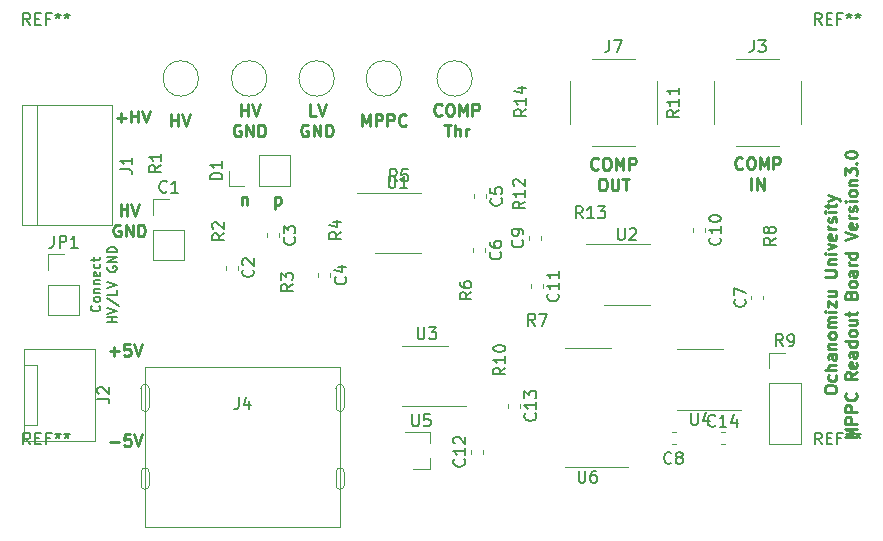
<source format=gto>
G04 #@! TF.GenerationSoftware,KiCad,Pcbnew,(5.1.4-0-10_14)*
G04 #@! TF.CreationDate,2020-03-06T13:13:34+09:00*
G04 #@! TF.ProjectId,ReadoutBoard_v3_2,52656164-6f75-4744-926f-6172645f7633,rev?*
G04 #@! TF.SameCoordinates,Original*
G04 #@! TF.FileFunction,Legend,Top*
G04 #@! TF.FilePolarity,Positive*
%FSLAX46Y46*%
G04 Gerber Fmt 4.6, Leading zero omitted, Abs format (unit mm)*
G04 Created by KiCad (PCBNEW (5.1.4-0-10_14)) date 2020-03-06 13:13:34*
%MOMM*%
%LPD*%
G04 APERTURE LIST*
%ADD10C,0.250000*%
%ADD11C,0.200000*%
%ADD12C,0.120000*%
%ADD13C,0.150000*%
G04 APERTURE END LIST*
D10*
X121400914Y-96000914D02*
X121400914Y-97000914D01*
X121400914Y-96048533D02*
X121496152Y-96000914D01*
X121686628Y-96000914D01*
X121781866Y-96048533D01*
X121829485Y-96096152D01*
X121877104Y-96191390D01*
X121877104Y-96477104D01*
X121829485Y-96572342D01*
X121781866Y-96619961D01*
X121686628Y-96667580D01*
X121496152Y-96667580D01*
X121400914Y-96619961D01*
X118581514Y-96000914D02*
X118581514Y-96667580D01*
X118581514Y-96096152D02*
X118629133Y-96048533D01*
X118724371Y-96000914D01*
X118867228Y-96000914D01*
X118962466Y-96048533D01*
X119010085Y-96143771D01*
X119010085Y-96667580D01*
X108327914Y-97595980D02*
X108327914Y-96595980D01*
X108327914Y-97072171D02*
X108899342Y-97072171D01*
X108899342Y-97595980D02*
X108899342Y-96595980D01*
X109232676Y-96595980D02*
X109566009Y-97595980D01*
X109899342Y-96595980D01*
X108280295Y-98393600D02*
X108185057Y-98345980D01*
X108042200Y-98345980D01*
X107899342Y-98393600D01*
X107804104Y-98488838D01*
X107756485Y-98584076D01*
X107708866Y-98774552D01*
X107708866Y-98917409D01*
X107756485Y-99107885D01*
X107804104Y-99203123D01*
X107899342Y-99298361D01*
X108042200Y-99345980D01*
X108137438Y-99345980D01*
X108280295Y-99298361D01*
X108327914Y-99250742D01*
X108327914Y-98917409D01*
X108137438Y-98917409D01*
X108756485Y-99345980D02*
X108756485Y-98345980D01*
X109327914Y-99345980D01*
X109327914Y-98345980D01*
X109804104Y-99345980D02*
X109804104Y-98345980D01*
X110042200Y-98345980D01*
X110185057Y-98393600D01*
X110280295Y-98488838D01*
X110327914Y-98584076D01*
X110375533Y-98774552D01*
X110375533Y-98917409D01*
X110327914Y-99107885D01*
X110280295Y-99203123D01*
X110185057Y-99298361D01*
X110042200Y-99345980D01*
X109804104Y-99345980D01*
D11*
X106519714Y-105206580D02*
X106557809Y-105244676D01*
X106595904Y-105358961D01*
X106595904Y-105435152D01*
X106557809Y-105549438D01*
X106481619Y-105625628D01*
X106405428Y-105663723D01*
X106253047Y-105701819D01*
X106138761Y-105701819D01*
X105986380Y-105663723D01*
X105910190Y-105625628D01*
X105834000Y-105549438D01*
X105795904Y-105435152D01*
X105795904Y-105358961D01*
X105834000Y-105244676D01*
X105872095Y-105206580D01*
X106595904Y-104749438D02*
X106557809Y-104825628D01*
X106519714Y-104863723D01*
X106443523Y-104901819D01*
X106214952Y-104901819D01*
X106138761Y-104863723D01*
X106100666Y-104825628D01*
X106062571Y-104749438D01*
X106062571Y-104635152D01*
X106100666Y-104558961D01*
X106138761Y-104520866D01*
X106214952Y-104482771D01*
X106443523Y-104482771D01*
X106519714Y-104520866D01*
X106557809Y-104558961D01*
X106595904Y-104635152D01*
X106595904Y-104749438D01*
X106062571Y-104139914D02*
X106595904Y-104139914D01*
X106138761Y-104139914D02*
X106100666Y-104101819D01*
X106062571Y-104025628D01*
X106062571Y-103911342D01*
X106100666Y-103835152D01*
X106176857Y-103797057D01*
X106595904Y-103797057D01*
X106062571Y-103416104D02*
X106595904Y-103416104D01*
X106138761Y-103416104D02*
X106100666Y-103378009D01*
X106062571Y-103301819D01*
X106062571Y-103187533D01*
X106100666Y-103111342D01*
X106176857Y-103073247D01*
X106595904Y-103073247D01*
X106557809Y-102387533D02*
X106595904Y-102463723D01*
X106595904Y-102616104D01*
X106557809Y-102692295D01*
X106481619Y-102730390D01*
X106176857Y-102730390D01*
X106100666Y-102692295D01*
X106062571Y-102616104D01*
X106062571Y-102463723D01*
X106100666Y-102387533D01*
X106176857Y-102349438D01*
X106253047Y-102349438D01*
X106329238Y-102730390D01*
X106557809Y-101663723D02*
X106595904Y-101739914D01*
X106595904Y-101892295D01*
X106557809Y-101968485D01*
X106519714Y-102006580D01*
X106443523Y-102044676D01*
X106214952Y-102044676D01*
X106138761Y-102006580D01*
X106100666Y-101968485D01*
X106062571Y-101892295D01*
X106062571Y-101739914D01*
X106100666Y-101663723D01*
X106062571Y-101435152D02*
X106062571Y-101130390D01*
X105795904Y-101320866D02*
X106481619Y-101320866D01*
X106557809Y-101282771D01*
X106595904Y-101206580D01*
X106595904Y-101130390D01*
X107995904Y-106635152D02*
X107195904Y-106635152D01*
X107576857Y-106635152D02*
X107576857Y-106178009D01*
X107995904Y-106178009D02*
X107195904Y-106178009D01*
X107195904Y-105911342D02*
X107995904Y-105644676D01*
X107195904Y-105378009D01*
X107157809Y-104539914D02*
X108186380Y-105225628D01*
X107995904Y-103892295D02*
X107995904Y-104273247D01*
X107195904Y-104273247D01*
X107195904Y-103739914D02*
X107995904Y-103473247D01*
X107195904Y-103206580D01*
X107234000Y-101911342D02*
X107195904Y-101987533D01*
X107195904Y-102101819D01*
X107234000Y-102216104D01*
X107310190Y-102292295D01*
X107386380Y-102330390D01*
X107538761Y-102368485D01*
X107653047Y-102368485D01*
X107805428Y-102330390D01*
X107881619Y-102292295D01*
X107957809Y-102216104D01*
X107995904Y-102101819D01*
X107995904Y-102025628D01*
X107957809Y-101911342D01*
X107919714Y-101873247D01*
X107653047Y-101873247D01*
X107653047Y-102025628D01*
X107995904Y-101530390D02*
X107195904Y-101530390D01*
X107995904Y-101073247D01*
X107195904Y-101073247D01*
X107995904Y-100692295D02*
X107195904Y-100692295D01*
X107195904Y-100501819D01*
X107234000Y-100387533D01*
X107310190Y-100311342D01*
X107386380Y-100273247D01*
X107538761Y-100235152D01*
X107653047Y-100235152D01*
X107805428Y-100273247D01*
X107881619Y-100311342D01*
X107957809Y-100387533D01*
X107995904Y-100501819D01*
X107995904Y-100692295D01*
D10*
X107426285Y-116733628D02*
X108188190Y-116733628D01*
X109140571Y-116114580D02*
X108664380Y-116114580D01*
X108616761Y-116590771D01*
X108664380Y-116543152D01*
X108759619Y-116495533D01*
X108997714Y-116495533D01*
X109092952Y-116543152D01*
X109140571Y-116590771D01*
X109188190Y-116686009D01*
X109188190Y-116924104D01*
X109140571Y-117019342D01*
X109092952Y-117066961D01*
X108997714Y-117114580D01*
X108759619Y-117114580D01*
X108664380Y-117066961D01*
X108616761Y-117019342D01*
X109473904Y-116114580D02*
X109807238Y-117114580D01*
X110140571Y-116114580D01*
X107400885Y-109088228D02*
X108162790Y-109088228D01*
X107781838Y-109469180D02*
X107781838Y-108707276D01*
X109115171Y-108469180D02*
X108638980Y-108469180D01*
X108591361Y-108945371D01*
X108638980Y-108897752D01*
X108734219Y-108850133D01*
X108972314Y-108850133D01*
X109067552Y-108897752D01*
X109115171Y-108945371D01*
X109162790Y-109040609D01*
X109162790Y-109278704D01*
X109115171Y-109373942D01*
X109067552Y-109421561D01*
X108972314Y-109469180D01*
X108734219Y-109469180D01*
X108638980Y-109421561D01*
X108591361Y-109373942D01*
X109448504Y-108469180D02*
X109781838Y-109469180D01*
X110115171Y-108469180D01*
X107988266Y-89327028D02*
X108750171Y-89327028D01*
X108369219Y-89707980D02*
X108369219Y-88946076D01*
X109226361Y-89707980D02*
X109226361Y-88707980D01*
X109226361Y-89184171D02*
X109797790Y-89184171D01*
X109797790Y-89707980D02*
X109797790Y-88707980D01*
X110131123Y-88707980D02*
X110464457Y-89707980D01*
X110797790Y-88707980D01*
X167919180Y-112386047D02*
X167919180Y-112195571D01*
X167966800Y-112100333D01*
X168062038Y-112005095D01*
X168252514Y-111957476D01*
X168585847Y-111957476D01*
X168776323Y-112005095D01*
X168871561Y-112100333D01*
X168919180Y-112195571D01*
X168919180Y-112386047D01*
X168871561Y-112481285D01*
X168776323Y-112576523D01*
X168585847Y-112624142D01*
X168252514Y-112624142D01*
X168062038Y-112576523D01*
X167966800Y-112481285D01*
X167919180Y-112386047D01*
X168871561Y-111100333D02*
X168919180Y-111195571D01*
X168919180Y-111386047D01*
X168871561Y-111481285D01*
X168823942Y-111528904D01*
X168728704Y-111576523D01*
X168442990Y-111576523D01*
X168347752Y-111528904D01*
X168300133Y-111481285D01*
X168252514Y-111386047D01*
X168252514Y-111195571D01*
X168300133Y-111100333D01*
X168919180Y-110671761D02*
X167919180Y-110671761D01*
X168919180Y-110243190D02*
X168395371Y-110243190D01*
X168300133Y-110290809D01*
X168252514Y-110386047D01*
X168252514Y-110528904D01*
X168300133Y-110624142D01*
X168347752Y-110671761D01*
X168919180Y-109338428D02*
X168395371Y-109338428D01*
X168300133Y-109386047D01*
X168252514Y-109481285D01*
X168252514Y-109671761D01*
X168300133Y-109767000D01*
X168871561Y-109338428D02*
X168919180Y-109433666D01*
X168919180Y-109671761D01*
X168871561Y-109767000D01*
X168776323Y-109814619D01*
X168681085Y-109814619D01*
X168585847Y-109767000D01*
X168538228Y-109671761D01*
X168538228Y-109433666D01*
X168490609Y-109338428D01*
X168252514Y-108862238D02*
X168919180Y-108862238D01*
X168347752Y-108862238D02*
X168300133Y-108814619D01*
X168252514Y-108719380D01*
X168252514Y-108576523D01*
X168300133Y-108481285D01*
X168395371Y-108433666D01*
X168919180Y-108433666D01*
X168919180Y-107814619D02*
X168871561Y-107909857D01*
X168823942Y-107957476D01*
X168728704Y-108005095D01*
X168442990Y-108005095D01*
X168347752Y-107957476D01*
X168300133Y-107909857D01*
X168252514Y-107814619D01*
X168252514Y-107671761D01*
X168300133Y-107576523D01*
X168347752Y-107528904D01*
X168442990Y-107481285D01*
X168728704Y-107481285D01*
X168823942Y-107528904D01*
X168871561Y-107576523D01*
X168919180Y-107671761D01*
X168919180Y-107814619D01*
X168919180Y-107052714D02*
X168252514Y-107052714D01*
X168347752Y-107052714D02*
X168300133Y-107005095D01*
X168252514Y-106909857D01*
X168252514Y-106767000D01*
X168300133Y-106671761D01*
X168395371Y-106624142D01*
X168919180Y-106624142D01*
X168395371Y-106624142D02*
X168300133Y-106576523D01*
X168252514Y-106481285D01*
X168252514Y-106338428D01*
X168300133Y-106243190D01*
X168395371Y-106195571D01*
X168919180Y-106195571D01*
X168919180Y-105719380D02*
X168252514Y-105719380D01*
X167919180Y-105719380D02*
X167966800Y-105767000D01*
X168014419Y-105719380D01*
X167966800Y-105671761D01*
X167919180Y-105719380D01*
X168014419Y-105719380D01*
X168252514Y-105338428D02*
X168252514Y-104814619D01*
X168919180Y-105338428D01*
X168919180Y-104814619D01*
X168252514Y-104005095D02*
X168919180Y-104005095D01*
X168252514Y-104433666D02*
X168776323Y-104433666D01*
X168871561Y-104386047D01*
X168919180Y-104290809D01*
X168919180Y-104147952D01*
X168871561Y-104052714D01*
X168823942Y-104005095D01*
X167919180Y-102767000D02*
X168728704Y-102767000D01*
X168823942Y-102719380D01*
X168871561Y-102671761D01*
X168919180Y-102576523D01*
X168919180Y-102386047D01*
X168871561Y-102290809D01*
X168823942Y-102243190D01*
X168728704Y-102195571D01*
X167919180Y-102195571D01*
X168252514Y-101719380D02*
X168919180Y-101719380D01*
X168347752Y-101719380D02*
X168300133Y-101671761D01*
X168252514Y-101576523D01*
X168252514Y-101433666D01*
X168300133Y-101338428D01*
X168395371Y-101290809D01*
X168919180Y-101290809D01*
X168919180Y-100814619D02*
X168252514Y-100814619D01*
X167919180Y-100814619D02*
X167966800Y-100862238D01*
X168014419Y-100814619D01*
X167966800Y-100767000D01*
X167919180Y-100814619D01*
X168014419Y-100814619D01*
X168252514Y-100433666D02*
X168919180Y-100195571D01*
X168252514Y-99957476D01*
X168871561Y-99195571D02*
X168919180Y-99290809D01*
X168919180Y-99481285D01*
X168871561Y-99576523D01*
X168776323Y-99624142D01*
X168395371Y-99624142D01*
X168300133Y-99576523D01*
X168252514Y-99481285D01*
X168252514Y-99290809D01*
X168300133Y-99195571D01*
X168395371Y-99147952D01*
X168490609Y-99147952D01*
X168585847Y-99624142D01*
X168919180Y-98719380D02*
X168252514Y-98719380D01*
X168442990Y-98719380D02*
X168347752Y-98671761D01*
X168300133Y-98624142D01*
X168252514Y-98528904D01*
X168252514Y-98433666D01*
X168871561Y-98147952D02*
X168919180Y-98052714D01*
X168919180Y-97862238D01*
X168871561Y-97767000D01*
X168776323Y-97719380D01*
X168728704Y-97719380D01*
X168633466Y-97767000D01*
X168585847Y-97862238D01*
X168585847Y-98005095D01*
X168538228Y-98100333D01*
X168442990Y-98147952D01*
X168395371Y-98147952D01*
X168300133Y-98100333D01*
X168252514Y-98005095D01*
X168252514Y-97862238D01*
X168300133Y-97767000D01*
X168919180Y-97290809D02*
X168252514Y-97290809D01*
X167919180Y-97290809D02*
X167966800Y-97338428D01*
X168014419Y-97290809D01*
X167966800Y-97243190D01*
X167919180Y-97290809D01*
X168014419Y-97290809D01*
X168252514Y-96957476D02*
X168252514Y-96576523D01*
X167919180Y-96814619D02*
X168776323Y-96814619D01*
X168871561Y-96767000D01*
X168919180Y-96671761D01*
X168919180Y-96576523D01*
X168252514Y-96338428D02*
X168919180Y-96100333D01*
X168252514Y-95862238D02*
X168919180Y-96100333D01*
X169157276Y-96195571D01*
X169204895Y-96243190D01*
X169252514Y-96338428D01*
X170669180Y-116338428D02*
X169669180Y-116338428D01*
X170383466Y-116005095D01*
X169669180Y-115671761D01*
X170669180Y-115671761D01*
X170669180Y-115195571D02*
X169669180Y-115195571D01*
X169669180Y-114814619D01*
X169716800Y-114719380D01*
X169764419Y-114671761D01*
X169859657Y-114624142D01*
X170002514Y-114624142D01*
X170097752Y-114671761D01*
X170145371Y-114719380D01*
X170192990Y-114814619D01*
X170192990Y-115195571D01*
X170669180Y-114195571D02*
X169669180Y-114195571D01*
X169669180Y-113814619D01*
X169716800Y-113719380D01*
X169764419Y-113671761D01*
X169859657Y-113624142D01*
X170002514Y-113624142D01*
X170097752Y-113671761D01*
X170145371Y-113719380D01*
X170192990Y-113814619D01*
X170192990Y-114195571D01*
X170573942Y-112624142D02*
X170621561Y-112671761D01*
X170669180Y-112814619D01*
X170669180Y-112909857D01*
X170621561Y-113052714D01*
X170526323Y-113147952D01*
X170431085Y-113195571D01*
X170240609Y-113243190D01*
X170097752Y-113243190D01*
X169907276Y-113195571D01*
X169812038Y-113147952D01*
X169716800Y-113052714D01*
X169669180Y-112909857D01*
X169669180Y-112814619D01*
X169716800Y-112671761D01*
X169764419Y-112624142D01*
X170669180Y-110862238D02*
X170192990Y-111195571D01*
X170669180Y-111433666D02*
X169669180Y-111433666D01*
X169669180Y-111052714D01*
X169716800Y-110957476D01*
X169764419Y-110909857D01*
X169859657Y-110862238D01*
X170002514Y-110862238D01*
X170097752Y-110909857D01*
X170145371Y-110957476D01*
X170192990Y-111052714D01*
X170192990Y-111433666D01*
X170621561Y-110052714D02*
X170669180Y-110147952D01*
X170669180Y-110338428D01*
X170621561Y-110433666D01*
X170526323Y-110481285D01*
X170145371Y-110481285D01*
X170050133Y-110433666D01*
X170002514Y-110338428D01*
X170002514Y-110147952D01*
X170050133Y-110052714D01*
X170145371Y-110005095D01*
X170240609Y-110005095D01*
X170335847Y-110481285D01*
X170669180Y-109147952D02*
X170145371Y-109147952D01*
X170050133Y-109195571D01*
X170002514Y-109290809D01*
X170002514Y-109481285D01*
X170050133Y-109576523D01*
X170621561Y-109147952D02*
X170669180Y-109243190D01*
X170669180Y-109481285D01*
X170621561Y-109576523D01*
X170526323Y-109624142D01*
X170431085Y-109624142D01*
X170335847Y-109576523D01*
X170288228Y-109481285D01*
X170288228Y-109243190D01*
X170240609Y-109147952D01*
X170669180Y-108243190D02*
X169669180Y-108243190D01*
X170621561Y-108243190D02*
X170669180Y-108338428D01*
X170669180Y-108528904D01*
X170621561Y-108624142D01*
X170573942Y-108671761D01*
X170478704Y-108719380D01*
X170192990Y-108719380D01*
X170097752Y-108671761D01*
X170050133Y-108624142D01*
X170002514Y-108528904D01*
X170002514Y-108338428D01*
X170050133Y-108243190D01*
X170669180Y-107624142D02*
X170621561Y-107719380D01*
X170573942Y-107767000D01*
X170478704Y-107814619D01*
X170192990Y-107814619D01*
X170097752Y-107767000D01*
X170050133Y-107719380D01*
X170002514Y-107624142D01*
X170002514Y-107481285D01*
X170050133Y-107386047D01*
X170097752Y-107338428D01*
X170192990Y-107290809D01*
X170478704Y-107290809D01*
X170573942Y-107338428D01*
X170621561Y-107386047D01*
X170669180Y-107481285D01*
X170669180Y-107624142D01*
X170002514Y-106433666D02*
X170669180Y-106433666D01*
X170002514Y-106862238D02*
X170526323Y-106862238D01*
X170621561Y-106814619D01*
X170669180Y-106719380D01*
X170669180Y-106576523D01*
X170621561Y-106481285D01*
X170573942Y-106433666D01*
X170002514Y-106100333D02*
X170002514Y-105719380D01*
X169669180Y-105957476D02*
X170526323Y-105957476D01*
X170621561Y-105909857D01*
X170669180Y-105814619D01*
X170669180Y-105719380D01*
X170145371Y-104290809D02*
X170192990Y-104147952D01*
X170240609Y-104100333D01*
X170335847Y-104052714D01*
X170478704Y-104052714D01*
X170573942Y-104100333D01*
X170621561Y-104147952D01*
X170669180Y-104243190D01*
X170669180Y-104624142D01*
X169669180Y-104624142D01*
X169669180Y-104290809D01*
X169716800Y-104195571D01*
X169764419Y-104147952D01*
X169859657Y-104100333D01*
X169954895Y-104100333D01*
X170050133Y-104147952D01*
X170097752Y-104195571D01*
X170145371Y-104290809D01*
X170145371Y-104624142D01*
X170669180Y-103481285D02*
X170621561Y-103576523D01*
X170573942Y-103624142D01*
X170478704Y-103671761D01*
X170192990Y-103671761D01*
X170097752Y-103624142D01*
X170050133Y-103576523D01*
X170002514Y-103481285D01*
X170002514Y-103338428D01*
X170050133Y-103243190D01*
X170097752Y-103195571D01*
X170192990Y-103147952D01*
X170478704Y-103147952D01*
X170573942Y-103195571D01*
X170621561Y-103243190D01*
X170669180Y-103338428D01*
X170669180Y-103481285D01*
X170669180Y-102290809D02*
X170145371Y-102290809D01*
X170050133Y-102338428D01*
X170002514Y-102433666D01*
X170002514Y-102624142D01*
X170050133Y-102719380D01*
X170621561Y-102290809D02*
X170669180Y-102386047D01*
X170669180Y-102624142D01*
X170621561Y-102719380D01*
X170526323Y-102767000D01*
X170431085Y-102767000D01*
X170335847Y-102719380D01*
X170288228Y-102624142D01*
X170288228Y-102386047D01*
X170240609Y-102290809D01*
X170669180Y-101814619D02*
X170002514Y-101814619D01*
X170192990Y-101814619D02*
X170097752Y-101767000D01*
X170050133Y-101719380D01*
X170002514Y-101624142D01*
X170002514Y-101528904D01*
X170669180Y-100767000D02*
X169669180Y-100767000D01*
X170621561Y-100767000D02*
X170669180Y-100862238D01*
X170669180Y-101052714D01*
X170621561Y-101147952D01*
X170573942Y-101195571D01*
X170478704Y-101243190D01*
X170192990Y-101243190D01*
X170097752Y-101195571D01*
X170050133Y-101147952D01*
X170002514Y-101052714D01*
X170002514Y-100862238D01*
X170050133Y-100767000D01*
X169669180Y-99671761D02*
X170669180Y-99338428D01*
X169669180Y-99005095D01*
X170621561Y-98290809D02*
X170669180Y-98386047D01*
X170669180Y-98576523D01*
X170621561Y-98671761D01*
X170526323Y-98719380D01*
X170145371Y-98719380D01*
X170050133Y-98671761D01*
X170002514Y-98576523D01*
X170002514Y-98386047D01*
X170050133Y-98290809D01*
X170145371Y-98243190D01*
X170240609Y-98243190D01*
X170335847Y-98719380D01*
X170669180Y-97814619D02*
X170002514Y-97814619D01*
X170192990Y-97814619D02*
X170097752Y-97767000D01*
X170050133Y-97719380D01*
X170002514Y-97624142D01*
X170002514Y-97528904D01*
X170621561Y-97243190D02*
X170669180Y-97147952D01*
X170669180Y-96957476D01*
X170621561Y-96862238D01*
X170526323Y-96814619D01*
X170478704Y-96814619D01*
X170383466Y-96862238D01*
X170335847Y-96957476D01*
X170335847Y-97100333D01*
X170288228Y-97195571D01*
X170192990Y-97243190D01*
X170145371Y-97243190D01*
X170050133Y-97195571D01*
X170002514Y-97100333D01*
X170002514Y-96957476D01*
X170050133Y-96862238D01*
X170669180Y-96386047D02*
X170002514Y-96386047D01*
X169669180Y-96386047D02*
X169716800Y-96433666D01*
X169764419Y-96386047D01*
X169716800Y-96338428D01*
X169669180Y-96386047D01*
X169764419Y-96386047D01*
X170669180Y-95767000D02*
X170621561Y-95862238D01*
X170573942Y-95909857D01*
X170478704Y-95957476D01*
X170192990Y-95957476D01*
X170097752Y-95909857D01*
X170050133Y-95862238D01*
X170002514Y-95767000D01*
X170002514Y-95624142D01*
X170050133Y-95528904D01*
X170097752Y-95481285D01*
X170192990Y-95433666D01*
X170478704Y-95433666D01*
X170573942Y-95481285D01*
X170621561Y-95528904D01*
X170669180Y-95624142D01*
X170669180Y-95767000D01*
X170002514Y-95005095D02*
X170669180Y-95005095D01*
X170097752Y-95005095D02*
X170050133Y-94957476D01*
X170002514Y-94862238D01*
X170002514Y-94719380D01*
X170050133Y-94624142D01*
X170145371Y-94576523D01*
X170669180Y-94576523D01*
X169669180Y-94195571D02*
X169669180Y-93576523D01*
X170050133Y-93909857D01*
X170050133Y-93767000D01*
X170097752Y-93671761D01*
X170145371Y-93624142D01*
X170240609Y-93576523D01*
X170478704Y-93576523D01*
X170573942Y-93624142D01*
X170621561Y-93671761D01*
X170669180Y-93767000D01*
X170669180Y-94052714D01*
X170621561Y-94147952D01*
X170573942Y-94195571D01*
X170573942Y-93147952D02*
X170621561Y-93100333D01*
X170669180Y-93147952D01*
X170621561Y-93195571D01*
X170573942Y-93147952D01*
X170669180Y-93147952D01*
X169669180Y-92481285D02*
X169669180Y-92386047D01*
X169716800Y-92290809D01*
X169764419Y-92243190D01*
X169859657Y-92195571D01*
X170050133Y-92147952D01*
X170288228Y-92147952D01*
X170478704Y-92195571D01*
X170573942Y-92243190D01*
X170621561Y-92290809D01*
X170669180Y-92386047D01*
X170669180Y-92481285D01*
X170621561Y-92576523D01*
X170573942Y-92624142D01*
X170478704Y-92671761D01*
X170288228Y-92719380D01*
X170050133Y-92719380D01*
X169859657Y-92671761D01*
X169764419Y-92624142D01*
X169716800Y-92576523D01*
X169669180Y-92481285D01*
X160969485Y-93563742D02*
X160921866Y-93611361D01*
X160779009Y-93658980D01*
X160683771Y-93658980D01*
X160540914Y-93611361D01*
X160445676Y-93516123D01*
X160398057Y-93420885D01*
X160350438Y-93230409D01*
X160350438Y-93087552D01*
X160398057Y-92897076D01*
X160445676Y-92801838D01*
X160540914Y-92706600D01*
X160683771Y-92658980D01*
X160779009Y-92658980D01*
X160921866Y-92706600D01*
X160969485Y-92754219D01*
X161588533Y-92658980D02*
X161779009Y-92658980D01*
X161874247Y-92706600D01*
X161969485Y-92801838D01*
X162017104Y-92992314D01*
X162017104Y-93325647D01*
X161969485Y-93516123D01*
X161874247Y-93611361D01*
X161779009Y-93658980D01*
X161588533Y-93658980D01*
X161493295Y-93611361D01*
X161398057Y-93516123D01*
X161350438Y-93325647D01*
X161350438Y-92992314D01*
X161398057Y-92801838D01*
X161493295Y-92706600D01*
X161588533Y-92658980D01*
X162445676Y-93658980D02*
X162445676Y-92658980D01*
X162779009Y-93373266D01*
X163112342Y-92658980D01*
X163112342Y-93658980D01*
X163588533Y-93658980D02*
X163588533Y-92658980D01*
X163969485Y-92658980D01*
X164064723Y-92706600D01*
X164112342Y-92754219D01*
X164159961Y-92849457D01*
X164159961Y-92992314D01*
X164112342Y-93087552D01*
X164064723Y-93135171D01*
X163969485Y-93182790D01*
X163588533Y-93182790D01*
X161731390Y-95408980D02*
X161731390Y-94408980D01*
X162207580Y-95408980D02*
X162207580Y-94408980D01*
X162779009Y-95408980D01*
X162779009Y-94408980D01*
X148752085Y-93614542D02*
X148704466Y-93662161D01*
X148561609Y-93709780D01*
X148466371Y-93709780D01*
X148323514Y-93662161D01*
X148228276Y-93566923D01*
X148180657Y-93471685D01*
X148133038Y-93281209D01*
X148133038Y-93138352D01*
X148180657Y-92947876D01*
X148228276Y-92852638D01*
X148323514Y-92757400D01*
X148466371Y-92709780D01*
X148561609Y-92709780D01*
X148704466Y-92757400D01*
X148752085Y-92805019D01*
X149371133Y-92709780D02*
X149561609Y-92709780D01*
X149656847Y-92757400D01*
X149752085Y-92852638D01*
X149799704Y-93043114D01*
X149799704Y-93376447D01*
X149752085Y-93566923D01*
X149656847Y-93662161D01*
X149561609Y-93709780D01*
X149371133Y-93709780D01*
X149275895Y-93662161D01*
X149180657Y-93566923D01*
X149133038Y-93376447D01*
X149133038Y-93043114D01*
X149180657Y-92852638D01*
X149275895Y-92757400D01*
X149371133Y-92709780D01*
X150228276Y-93709780D02*
X150228276Y-92709780D01*
X150561609Y-93424066D01*
X150894942Y-92709780D01*
X150894942Y-93709780D01*
X151371133Y-93709780D02*
X151371133Y-92709780D01*
X151752085Y-92709780D01*
X151847323Y-92757400D01*
X151894942Y-92805019D01*
X151942561Y-92900257D01*
X151942561Y-93043114D01*
X151894942Y-93138352D01*
X151847323Y-93185971D01*
X151752085Y-93233590D01*
X151371133Y-93233590D01*
X149037800Y-94459780D02*
X149228276Y-94459780D01*
X149323514Y-94507400D01*
X149418752Y-94602638D01*
X149466371Y-94793114D01*
X149466371Y-95126447D01*
X149418752Y-95316923D01*
X149323514Y-95412161D01*
X149228276Y-95459780D01*
X149037800Y-95459780D01*
X148942561Y-95412161D01*
X148847323Y-95316923D01*
X148799704Y-95126447D01*
X148799704Y-94793114D01*
X148847323Y-94602638D01*
X148942561Y-94507400D01*
X149037800Y-94459780D01*
X149894942Y-94459780D02*
X149894942Y-95269304D01*
X149942561Y-95364542D01*
X149990180Y-95412161D01*
X150085419Y-95459780D01*
X150275895Y-95459780D01*
X150371133Y-95412161D01*
X150418752Y-95364542D01*
X150466371Y-95269304D01*
X150466371Y-94459780D01*
X150799704Y-94459780D02*
X151371133Y-94459780D01*
X151085419Y-95459780D02*
X151085419Y-94459780D01*
X135493285Y-89042542D02*
X135445666Y-89090161D01*
X135302809Y-89137780D01*
X135207571Y-89137780D01*
X135064714Y-89090161D01*
X134969476Y-88994923D01*
X134921857Y-88899685D01*
X134874238Y-88709209D01*
X134874238Y-88566352D01*
X134921857Y-88375876D01*
X134969476Y-88280638D01*
X135064714Y-88185400D01*
X135207571Y-88137780D01*
X135302809Y-88137780D01*
X135445666Y-88185400D01*
X135493285Y-88233019D01*
X136112333Y-88137780D02*
X136302809Y-88137780D01*
X136398047Y-88185400D01*
X136493285Y-88280638D01*
X136540904Y-88471114D01*
X136540904Y-88804447D01*
X136493285Y-88994923D01*
X136398047Y-89090161D01*
X136302809Y-89137780D01*
X136112333Y-89137780D01*
X136017095Y-89090161D01*
X135921857Y-88994923D01*
X135874238Y-88804447D01*
X135874238Y-88471114D01*
X135921857Y-88280638D01*
X136017095Y-88185400D01*
X136112333Y-88137780D01*
X136969476Y-89137780D02*
X136969476Y-88137780D01*
X137302809Y-88852066D01*
X137636142Y-88137780D01*
X137636142Y-89137780D01*
X138112333Y-89137780D02*
X138112333Y-88137780D01*
X138493285Y-88137780D01*
X138588523Y-88185400D01*
X138636142Y-88233019D01*
X138683761Y-88328257D01*
X138683761Y-88471114D01*
X138636142Y-88566352D01*
X138588523Y-88613971D01*
X138493285Y-88661590D01*
X138112333Y-88661590D01*
X135731380Y-89887780D02*
X136302809Y-89887780D01*
X136017095Y-90887780D02*
X136017095Y-89887780D01*
X136636142Y-90887780D02*
X136636142Y-89887780D01*
X137064714Y-90887780D02*
X137064714Y-90363971D01*
X137017095Y-90268733D01*
X136921857Y-90221114D01*
X136779000Y-90221114D01*
X136683761Y-90268733D01*
X136636142Y-90316352D01*
X137540904Y-90887780D02*
X137540904Y-90221114D01*
X137540904Y-90411590D02*
X137588523Y-90316352D01*
X137636142Y-90268733D01*
X137731380Y-90221114D01*
X137826619Y-90221114D01*
X128773466Y-90012780D02*
X128773466Y-89012780D01*
X129106800Y-89727066D01*
X129440133Y-89012780D01*
X129440133Y-90012780D01*
X129916323Y-90012780D02*
X129916323Y-89012780D01*
X130297276Y-89012780D01*
X130392514Y-89060400D01*
X130440133Y-89108019D01*
X130487752Y-89203257D01*
X130487752Y-89346114D01*
X130440133Y-89441352D01*
X130392514Y-89488971D01*
X130297276Y-89536590D01*
X129916323Y-89536590D01*
X130916323Y-90012780D02*
X130916323Y-89012780D01*
X131297276Y-89012780D01*
X131392514Y-89060400D01*
X131440133Y-89108019D01*
X131487752Y-89203257D01*
X131487752Y-89346114D01*
X131440133Y-89441352D01*
X131392514Y-89488971D01*
X131297276Y-89536590D01*
X130916323Y-89536590D01*
X132487752Y-89917542D02*
X132440133Y-89965161D01*
X132297276Y-90012780D01*
X132202038Y-90012780D01*
X132059180Y-89965161D01*
X131963942Y-89869923D01*
X131916323Y-89774685D01*
X131868704Y-89584209D01*
X131868704Y-89441352D01*
X131916323Y-89250876D01*
X131963942Y-89155638D01*
X132059180Y-89060400D01*
X132202038Y-89012780D01*
X132297276Y-89012780D01*
X132440133Y-89060400D01*
X132487752Y-89108019D01*
X124823552Y-89137780D02*
X124347361Y-89137780D01*
X124347361Y-88137780D01*
X125014028Y-88137780D02*
X125347361Y-89137780D01*
X125680695Y-88137780D01*
X124180695Y-89935400D02*
X124085457Y-89887780D01*
X123942600Y-89887780D01*
X123799742Y-89935400D01*
X123704504Y-90030638D01*
X123656885Y-90125876D01*
X123609266Y-90316352D01*
X123609266Y-90459209D01*
X123656885Y-90649685D01*
X123704504Y-90744923D01*
X123799742Y-90840161D01*
X123942600Y-90887780D01*
X124037838Y-90887780D01*
X124180695Y-90840161D01*
X124228314Y-90792542D01*
X124228314Y-90459209D01*
X124037838Y-90459209D01*
X124656885Y-90887780D02*
X124656885Y-89887780D01*
X125228314Y-90887780D01*
X125228314Y-89887780D01*
X125704504Y-90887780D02*
X125704504Y-89887780D01*
X125942600Y-89887780D01*
X126085457Y-89935400D01*
X126180695Y-90030638D01*
X126228314Y-90125876D01*
X126275933Y-90316352D01*
X126275933Y-90459209D01*
X126228314Y-90649685D01*
X126180695Y-90744923D01*
X126085457Y-90840161D01*
X125942600Y-90887780D01*
X125704504Y-90887780D01*
X112620514Y-89987380D02*
X112620514Y-88987380D01*
X112620514Y-89463571D02*
X113191942Y-89463571D01*
X113191942Y-89987380D02*
X113191942Y-88987380D01*
X113525276Y-88987380D02*
X113858609Y-89987380D01*
X114191942Y-88987380D01*
X118513314Y-89137780D02*
X118513314Y-88137780D01*
X118513314Y-88613971D02*
X119084742Y-88613971D01*
X119084742Y-89137780D02*
X119084742Y-88137780D01*
X119418076Y-88137780D02*
X119751409Y-89137780D01*
X120084742Y-88137780D01*
X118465695Y-89935400D02*
X118370457Y-89887780D01*
X118227600Y-89887780D01*
X118084742Y-89935400D01*
X117989504Y-90030638D01*
X117941885Y-90125876D01*
X117894266Y-90316352D01*
X117894266Y-90459209D01*
X117941885Y-90649685D01*
X117989504Y-90744923D01*
X118084742Y-90840161D01*
X118227600Y-90887780D01*
X118322838Y-90887780D01*
X118465695Y-90840161D01*
X118513314Y-90792542D01*
X118513314Y-90459209D01*
X118322838Y-90459209D01*
X118941885Y-90887780D02*
X118941885Y-89887780D01*
X119513314Y-90887780D01*
X119513314Y-89887780D01*
X119989504Y-90887780D02*
X119989504Y-89887780D01*
X120227600Y-89887780D01*
X120370457Y-89935400D01*
X120465695Y-90030638D01*
X120513314Y-90125876D01*
X120560933Y-90316352D01*
X120560933Y-90459209D01*
X120513314Y-90649685D01*
X120465695Y-90744923D01*
X120370457Y-90840161D01*
X120227600Y-90887780D01*
X119989504Y-90887780D01*
D12*
X110743400Y-119310000D02*
G75*
G03X110043400Y-119310000I-350000J0D01*
G01*
X110743400Y-120410000D02*
G75*
G02X110043400Y-120410000I-350000J0D01*
G01*
X110043400Y-119310000D02*
X110043400Y-120410000D01*
X110743400Y-119310000D02*
X110743400Y-120410000D01*
X127253400Y-112230000D02*
G75*
G03X126553400Y-112230000I-350000J0D01*
G01*
X127253400Y-113830000D02*
G75*
G02X126553400Y-113830000I-350000J0D01*
G01*
X127253400Y-113830000D02*
X127253400Y-112230000D01*
X126553400Y-113830000D02*
X126553400Y-112230000D01*
X110743400Y-112230000D02*
G75*
G03X110043400Y-112230000I-350000J0D01*
G01*
X110743400Y-113830000D02*
G75*
G02X110043400Y-113830000I-350000J0D01*
G01*
X110743400Y-113830000D02*
X110743400Y-112230000D01*
X110043400Y-113830000D02*
X110043400Y-112230000D01*
X110393400Y-123990000D02*
X110393400Y-110430000D01*
X126893400Y-123990000D02*
X110393400Y-123990000D01*
X126893400Y-110430000D02*
X126893400Y-123990000D01*
X110393400Y-110430000D02*
X126893400Y-110430000D01*
X127253400Y-120410000D02*
G75*
G02X126553400Y-120410000I-350000J0D01*
G01*
X126553400Y-119310000D02*
X126553400Y-120410000D01*
X127253400Y-119310000D02*
G75*
G03X126553400Y-119310000I-350000J0D01*
G01*
X127253400Y-119310000D02*
X127253400Y-120410000D01*
X111065000Y-101393300D02*
X113725000Y-101393300D01*
X111065000Y-98793300D02*
X111065000Y-101393300D01*
X113725000Y-98793300D02*
X113725000Y-101393300D01*
X111065000Y-98793300D02*
X113725000Y-98793300D01*
X111065000Y-97523300D02*
X111065000Y-96193300D01*
X111065000Y-96193300D02*
X112395000Y-96193300D01*
X118239000Y-101843621D02*
X118239000Y-102169179D01*
X117219000Y-101843621D02*
X117219000Y-102169179D01*
X121744200Y-99100421D02*
X121744200Y-99425979D01*
X120724200Y-99100421D02*
X120724200Y-99425979D01*
X126062200Y-102453221D02*
X126062200Y-102778779D01*
X125042200Y-102453221D02*
X125042200Y-102778779D01*
X138224800Y-95798421D02*
X138224800Y-96123979D01*
X139244800Y-95798421D02*
X139244800Y-96123979D01*
X139194000Y-100345021D02*
X139194000Y-100670579D01*
X138174000Y-100345021D02*
X138174000Y-100670579D01*
X162739800Y-104683779D02*
X162739800Y-104358221D01*
X161719800Y-104683779D02*
X161719800Y-104358221D01*
X155005821Y-115923600D02*
X155331379Y-115923600D01*
X155005821Y-116943600D02*
X155331379Y-116943600D01*
X143918400Y-99654579D02*
X143918400Y-99329021D01*
X142898400Y-99654579D02*
X142898400Y-99329021D01*
X157761400Y-98643221D02*
X157761400Y-98968779D01*
X156741400Y-98643221D02*
X156741400Y-98968779D01*
X143025400Y-103418421D02*
X143025400Y-103743979D01*
X144045400Y-103418421D02*
X144045400Y-103743979D01*
X138990800Y-117739379D02*
X138990800Y-117413821D01*
X137970800Y-117739379D02*
X137970800Y-117413821D01*
X122678500Y-95106800D02*
X122678500Y-92446800D01*
X120078500Y-95106800D02*
X122678500Y-95106800D01*
X120078500Y-92446800D02*
X122678500Y-92446800D01*
X120078500Y-95106800D02*
X120078500Y-92446800D01*
X118808500Y-95106800D02*
X117478500Y-95106800D01*
X117478500Y-95106800D02*
X117478500Y-93776800D01*
X101219000Y-98425000D02*
X101219000Y-88265000D01*
X99949000Y-98425000D02*
X107569000Y-98425000D01*
X107569000Y-98425000D02*
X107569000Y-88265000D01*
X107569000Y-88265000D02*
X99949000Y-88265000D01*
X99949000Y-88265000D02*
X99949000Y-98425000D01*
X100105000Y-108911400D02*
X106155000Y-108911400D01*
X106155000Y-108911400D02*
X106155000Y-116711400D01*
X106155000Y-116711400D02*
X100105000Y-116711400D01*
X100105000Y-116711400D02*
X100105000Y-108911400D01*
X100205000Y-110261400D02*
X101215000Y-110261400D01*
X101215000Y-110261400D02*
X101215000Y-115341400D01*
X101215000Y-115341400D02*
X100205000Y-115341400D01*
X160455200Y-84356400D02*
X164055200Y-84356400D01*
X160455200Y-91716400D02*
X164055200Y-91716400D01*
X165935200Y-86236400D02*
X165935200Y-89836400D01*
X158575200Y-86236400D02*
X158575200Y-89836400D01*
X146357800Y-86236400D02*
X146357800Y-89836400D01*
X153717800Y-86236400D02*
X153717800Y-89836400D01*
X148237800Y-91716400D02*
X151837800Y-91716400D01*
X148237800Y-84356400D02*
X151837800Y-84356400D01*
X102175000Y-100841500D02*
X103505000Y-100841500D01*
X102175000Y-102171500D02*
X102175000Y-100841500D01*
X102175000Y-103441500D02*
X104835000Y-103441500D01*
X104835000Y-103441500D02*
X104835000Y-106041500D01*
X102175000Y-103441500D02*
X102175000Y-106041500D01*
X102175000Y-106041500D02*
X104835000Y-106041500D01*
X163236600Y-116925400D02*
X165896600Y-116925400D01*
X163236600Y-111785400D02*
X163236600Y-116925400D01*
X165896600Y-111785400D02*
X165896600Y-116925400D01*
X163236600Y-111785400D02*
X165896600Y-111785400D01*
X163236600Y-110515400D02*
X163236600Y-109185400D01*
X163236600Y-109185400D02*
X164566600Y-109185400D01*
X114911000Y-85979000D02*
G75*
G03X114911000Y-85979000I-1500000J0D01*
G01*
X120702200Y-85979000D02*
G75*
G03X120702200Y-85979000I-1500000J0D01*
G01*
X126417200Y-85979000D02*
G75*
G03X126417200Y-85979000I-1500000J0D01*
G01*
X132106800Y-85979000D02*
G75*
G03X132106800Y-85979000I-1500000J0D01*
G01*
X138101200Y-85979000D02*
G75*
G03X138101200Y-85979000I-1500000J0D01*
G01*
X131775200Y-100756400D02*
X133725200Y-100756400D01*
X131775200Y-100756400D02*
X129825200Y-100756400D01*
X131775200Y-95636400D02*
X133725200Y-95636400D01*
X131775200Y-95636400D02*
X128325200Y-95636400D01*
X151180800Y-100030600D02*
X147730800Y-100030600D01*
X151180800Y-100030600D02*
X153130800Y-100030600D01*
X151180800Y-105150600D02*
X149230800Y-105150600D01*
X151180800Y-105150600D02*
X153130800Y-105150600D01*
X134112000Y-113710400D02*
X137562000Y-113710400D01*
X134112000Y-113710400D02*
X132162000Y-113710400D01*
X134112000Y-108590400D02*
X136062000Y-108590400D01*
X134112000Y-108590400D02*
X132162000Y-108590400D01*
X157378400Y-108895200D02*
X155428400Y-108895200D01*
X157378400Y-108895200D02*
X159328400Y-108895200D01*
X157378400Y-114015200D02*
X155428400Y-114015200D01*
X157378400Y-114015200D02*
X160828400Y-114015200D01*
X134516400Y-119055000D02*
X134516400Y-118125000D01*
X134516400Y-115895000D02*
X134516400Y-116825000D01*
X134516400Y-115895000D02*
X132356400Y-115895000D01*
X134516400Y-119055000D02*
X133056400Y-119055000D01*
X147853400Y-108782800D02*
X145903400Y-108782800D01*
X147853400Y-108782800D02*
X149803400Y-108782800D01*
X147853400Y-118902800D02*
X145903400Y-118902800D01*
X147853400Y-118902800D02*
X151303400Y-118902800D01*
X142140400Y-113527621D02*
X142140400Y-113853179D01*
X141120400Y-113527621D02*
X141120400Y-113853179D01*
X159146021Y-115923600D02*
X159471579Y-115923600D01*
X159146021Y-116943600D02*
X159471579Y-116943600D01*
D13*
X100666666Y-116963180D02*
X100333333Y-116486990D01*
X100095238Y-116963180D02*
X100095238Y-115963180D01*
X100476190Y-115963180D01*
X100571428Y-116010800D01*
X100619047Y-116058419D01*
X100666666Y-116153657D01*
X100666666Y-116296514D01*
X100619047Y-116391752D01*
X100571428Y-116439371D01*
X100476190Y-116486990D01*
X100095238Y-116486990D01*
X101095238Y-116439371D02*
X101428571Y-116439371D01*
X101571428Y-116963180D02*
X101095238Y-116963180D01*
X101095238Y-115963180D01*
X101571428Y-115963180D01*
X102333333Y-116439371D02*
X102000000Y-116439371D01*
X102000000Y-116963180D02*
X102000000Y-115963180D01*
X102476190Y-115963180D01*
X103000000Y-115963180D02*
X103000000Y-116201276D01*
X102761904Y-116106038D02*
X103000000Y-116201276D01*
X103238095Y-116106038D01*
X102857142Y-116391752D02*
X103000000Y-116201276D01*
X103142857Y-116391752D01*
X103761904Y-115963180D02*
X103761904Y-116201276D01*
X103523809Y-116106038D02*
X103761904Y-116201276D01*
X104000000Y-116106038D01*
X103619047Y-116391752D02*
X103761904Y-116201276D01*
X103904761Y-116391752D01*
X167666666Y-116963180D02*
X167333333Y-116486990D01*
X167095238Y-116963180D02*
X167095238Y-115963180D01*
X167476190Y-115963180D01*
X167571428Y-116010800D01*
X167619047Y-116058419D01*
X167666666Y-116153657D01*
X167666666Y-116296514D01*
X167619047Y-116391752D01*
X167571428Y-116439371D01*
X167476190Y-116486990D01*
X167095238Y-116486990D01*
X168095238Y-116439371D02*
X168428571Y-116439371D01*
X168571428Y-116963180D02*
X168095238Y-116963180D01*
X168095238Y-115963180D01*
X168571428Y-115963180D01*
X169333333Y-116439371D02*
X169000000Y-116439371D01*
X169000000Y-116963180D02*
X169000000Y-115963180D01*
X169476190Y-115963180D01*
X170000000Y-115963180D02*
X170000000Y-116201276D01*
X169761904Y-116106038D02*
X170000000Y-116201276D01*
X170238095Y-116106038D01*
X169857142Y-116391752D02*
X170000000Y-116201276D01*
X170142857Y-116391752D01*
X170761904Y-115963180D02*
X170761904Y-116201276D01*
X170523809Y-116106038D02*
X170761904Y-116201276D01*
X171000000Y-116106038D01*
X170619047Y-116391752D02*
X170761904Y-116201276D01*
X170904761Y-116391752D01*
X167666666Y-81452380D02*
X167333333Y-80976190D01*
X167095238Y-81452380D02*
X167095238Y-80452380D01*
X167476190Y-80452380D01*
X167571428Y-80500000D01*
X167619047Y-80547619D01*
X167666666Y-80642857D01*
X167666666Y-80785714D01*
X167619047Y-80880952D01*
X167571428Y-80928571D01*
X167476190Y-80976190D01*
X167095238Y-80976190D01*
X168095238Y-80928571D02*
X168428571Y-80928571D01*
X168571428Y-81452380D02*
X168095238Y-81452380D01*
X168095238Y-80452380D01*
X168571428Y-80452380D01*
X169333333Y-80928571D02*
X169000000Y-80928571D01*
X169000000Y-81452380D02*
X169000000Y-80452380D01*
X169476190Y-80452380D01*
X170000000Y-80452380D02*
X170000000Y-80690476D01*
X169761904Y-80595238D02*
X170000000Y-80690476D01*
X170238095Y-80595238D01*
X169857142Y-80880952D02*
X170000000Y-80690476D01*
X170142857Y-80880952D01*
X170761904Y-80452380D02*
X170761904Y-80690476D01*
X170523809Y-80595238D02*
X170761904Y-80690476D01*
X171000000Y-80595238D01*
X170619047Y-80880952D02*
X170761904Y-80690476D01*
X170904761Y-80880952D01*
X100666666Y-81452380D02*
X100333333Y-80976190D01*
X100095238Y-81452380D02*
X100095238Y-80452380D01*
X100476190Y-80452380D01*
X100571428Y-80500000D01*
X100619047Y-80547619D01*
X100666666Y-80642857D01*
X100666666Y-80785714D01*
X100619047Y-80880952D01*
X100571428Y-80928571D01*
X100476190Y-80976190D01*
X100095238Y-80976190D01*
X101095238Y-80928571D02*
X101428571Y-80928571D01*
X101571428Y-81452380D02*
X101095238Y-81452380D01*
X101095238Y-80452380D01*
X101571428Y-80452380D01*
X102333333Y-80928571D02*
X102000000Y-80928571D01*
X102000000Y-81452380D02*
X102000000Y-80452380D01*
X102476190Y-80452380D01*
X103000000Y-80452380D02*
X103000000Y-80690476D01*
X102761904Y-80595238D02*
X103000000Y-80690476D01*
X103238095Y-80595238D01*
X102857142Y-80880952D02*
X103000000Y-80690476D01*
X103142857Y-80880952D01*
X103761904Y-80452380D02*
X103761904Y-80690476D01*
X103523809Y-80595238D02*
X103761904Y-80690476D01*
X104000000Y-80595238D01*
X103619047Y-80880952D02*
X103761904Y-80690476D01*
X103904761Y-80880952D01*
X118310066Y-112982380D02*
X118310066Y-113696666D01*
X118262447Y-113839523D01*
X118167209Y-113934761D01*
X118024352Y-113982380D01*
X117929114Y-113982380D01*
X119214828Y-113315714D02*
X119214828Y-113982380D01*
X118976733Y-112934761D02*
X118738638Y-113649047D01*
X119357685Y-113649047D01*
X112228333Y-95550442D02*
X112180714Y-95598061D01*
X112037857Y-95645680D01*
X111942619Y-95645680D01*
X111799761Y-95598061D01*
X111704523Y-95502823D01*
X111656904Y-95407585D01*
X111609285Y-95217109D01*
X111609285Y-95074252D01*
X111656904Y-94883776D01*
X111704523Y-94788538D01*
X111799761Y-94693300D01*
X111942619Y-94645680D01*
X112037857Y-94645680D01*
X112180714Y-94693300D01*
X112228333Y-94740919D01*
X113180714Y-95645680D02*
X112609285Y-95645680D01*
X112895000Y-95645680D02*
X112895000Y-94645680D01*
X112799761Y-94788538D01*
X112704523Y-94883776D01*
X112609285Y-94931395D01*
X119516142Y-102173066D02*
X119563761Y-102220685D01*
X119611380Y-102363542D01*
X119611380Y-102458780D01*
X119563761Y-102601638D01*
X119468523Y-102696876D01*
X119373285Y-102744495D01*
X119182809Y-102792114D01*
X119039952Y-102792114D01*
X118849476Y-102744495D01*
X118754238Y-102696876D01*
X118659000Y-102601638D01*
X118611380Y-102458780D01*
X118611380Y-102363542D01*
X118659000Y-102220685D01*
X118706619Y-102173066D01*
X118706619Y-101792114D02*
X118659000Y-101744495D01*
X118611380Y-101649257D01*
X118611380Y-101411161D01*
X118659000Y-101315923D01*
X118706619Y-101268304D01*
X118801857Y-101220685D01*
X118897095Y-101220685D01*
X119039952Y-101268304D01*
X119611380Y-101839733D01*
X119611380Y-101220685D01*
X123021342Y-99429866D02*
X123068961Y-99477485D01*
X123116580Y-99620342D01*
X123116580Y-99715580D01*
X123068961Y-99858438D01*
X122973723Y-99953676D01*
X122878485Y-100001295D01*
X122688009Y-100048914D01*
X122545152Y-100048914D01*
X122354676Y-100001295D01*
X122259438Y-99953676D01*
X122164200Y-99858438D01*
X122116580Y-99715580D01*
X122116580Y-99620342D01*
X122164200Y-99477485D01*
X122211819Y-99429866D01*
X122116580Y-99096533D02*
X122116580Y-98477485D01*
X122497533Y-98810819D01*
X122497533Y-98667961D01*
X122545152Y-98572723D01*
X122592771Y-98525104D01*
X122688009Y-98477485D01*
X122926104Y-98477485D01*
X123021342Y-98525104D01*
X123068961Y-98572723D01*
X123116580Y-98667961D01*
X123116580Y-98953676D01*
X123068961Y-99048914D01*
X123021342Y-99096533D01*
X127339342Y-102782666D02*
X127386961Y-102830285D01*
X127434580Y-102973142D01*
X127434580Y-103068380D01*
X127386961Y-103211238D01*
X127291723Y-103306476D01*
X127196485Y-103354095D01*
X127006009Y-103401714D01*
X126863152Y-103401714D01*
X126672676Y-103354095D01*
X126577438Y-103306476D01*
X126482200Y-103211238D01*
X126434580Y-103068380D01*
X126434580Y-102973142D01*
X126482200Y-102830285D01*
X126529819Y-102782666D01*
X126767914Y-101925523D02*
X127434580Y-101925523D01*
X126386961Y-102163619D02*
X127101247Y-102401714D01*
X127101247Y-101782666D01*
X140521942Y-96127866D02*
X140569561Y-96175485D01*
X140617180Y-96318342D01*
X140617180Y-96413580D01*
X140569561Y-96556438D01*
X140474323Y-96651676D01*
X140379085Y-96699295D01*
X140188609Y-96746914D01*
X140045752Y-96746914D01*
X139855276Y-96699295D01*
X139760038Y-96651676D01*
X139664800Y-96556438D01*
X139617180Y-96413580D01*
X139617180Y-96318342D01*
X139664800Y-96175485D01*
X139712419Y-96127866D01*
X139617180Y-95223104D02*
X139617180Y-95699295D01*
X140093371Y-95746914D01*
X140045752Y-95699295D01*
X139998133Y-95604057D01*
X139998133Y-95365961D01*
X140045752Y-95270723D01*
X140093371Y-95223104D01*
X140188609Y-95175485D01*
X140426704Y-95175485D01*
X140521942Y-95223104D01*
X140569561Y-95270723D01*
X140617180Y-95365961D01*
X140617180Y-95604057D01*
X140569561Y-95699295D01*
X140521942Y-95746914D01*
X140471142Y-100674466D02*
X140518761Y-100722085D01*
X140566380Y-100864942D01*
X140566380Y-100960180D01*
X140518761Y-101103038D01*
X140423523Y-101198276D01*
X140328285Y-101245895D01*
X140137809Y-101293514D01*
X139994952Y-101293514D01*
X139804476Y-101245895D01*
X139709238Y-101198276D01*
X139614000Y-101103038D01*
X139566380Y-100960180D01*
X139566380Y-100864942D01*
X139614000Y-100722085D01*
X139661619Y-100674466D01*
X139566380Y-99817323D02*
X139566380Y-100007800D01*
X139614000Y-100103038D01*
X139661619Y-100150657D01*
X139804476Y-100245895D01*
X139994952Y-100293514D01*
X140375904Y-100293514D01*
X140471142Y-100245895D01*
X140518761Y-100198276D01*
X140566380Y-100103038D01*
X140566380Y-99912561D01*
X140518761Y-99817323D01*
X140471142Y-99769704D01*
X140375904Y-99722085D01*
X140137809Y-99722085D01*
X140042571Y-99769704D01*
X139994952Y-99817323D01*
X139947333Y-99912561D01*
X139947333Y-100103038D01*
X139994952Y-100198276D01*
X140042571Y-100245895D01*
X140137809Y-100293514D01*
X161156942Y-104687666D02*
X161204561Y-104735285D01*
X161252180Y-104878142D01*
X161252180Y-104973380D01*
X161204561Y-105116238D01*
X161109323Y-105211476D01*
X161014085Y-105259095D01*
X160823609Y-105306714D01*
X160680752Y-105306714D01*
X160490276Y-105259095D01*
X160395038Y-105211476D01*
X160299800Y-105116238D01*
X160252180Y-104973380D01*
X160252180Y-104878142D01*
X160299800Y-104735285D01*
X160347419Y-104687666D01*
X160252180Y-104354333D02*
X160252180Y-103687666D01*
X161252180Y-104116238D01*
X154951133Y-118517942D02*
X154903514Y-118565561D01*
X154760657Y-118613180D01*
X154665419Y-118613180D01*
X154522561Y-118565561D01*
X154427323Y-118470323D01*
X154379704Y-118375085D01*
X154332085Y-118184609D01*
X154332085Y-118041752D01*
X154379704Y-117851276D01*
X154427323Y-117756038D01*
X154522561Y-117660800D01*
X154665419Y-117613180D01*
X154760657Y-117613180D01*
X154903514Y-117660800D01*
X154951133Y-117708419D01*
X155522561Y-118041752D02*
X155427323Y-117994133D01*
X155379704Y-117946514D01*
X155332085Y-117851276D01*
X155332085Y-117803657D01*
X155379704Y-117708419D01*
X155427323Y-117660800D01*
X155522561Y-117613180D01*
X155713038Y-117613180D01*
X155808276Y-117660800D01*
X155855895Y-117708419D01*
X155903514Y-117803657D01*
X155903514Y-117851276D01*
X155855895Y-117946514D01*
X155808276Y-117994133D01*
X155713038Y-118041752D01*
X155522561Y-118041752D01*
X155427323Y-118089371D01*
X155379704Y-118136990D01*
X155332085Y-118232228D01*
X155332085Y-118422704D01*
X155379704Y-118517942D01*
X155427323Y-118565561D01*
X155522561Y-118613180D01*
X155713038Y-118613180D01*
X155808276Y-118565561D01*
X155855895Y-118517942D01*
X155903514Y-118422704D01*
X155903514Y-118232228D01*
X155855895Y-118136990D01*
X155808276Y-118089371D01*
X155713038Y-118041752D01*
X142335542Y-99658466D02*
X142383161Y-99706085D01*
X142430780Y-99848942D01*
X142430780Y-99944180D01*
X142383161Y-100087038D01*
X142287923Y-100182276D01*
X142192685Y-100229895D01*
X142002209Y-100277514D01*
X141859352Y-100277514D01*
X141668876Y-100229895D01*
X141573638Y-100182276D01*
X141478400Y-100087038D01*
X141430780Y-99944180D01*
X141430780Y-99848942D01*
X141478400Y-99706085D01*
X141526019Y-99658466D01*
X142430780Y-99182276D02*
X142430780Y-98991800D01*
X142383161Y-98896561D01*
X142335542Y-98848942D01*
X142192685Y-98753704D01*
X142002209Y-98706085D01*
X141621257Y-98706085D01*
X141526019Y-98753704D01*
X141478400Y-98801323D01*
X141430780Y-98896561D01*
X141430780Y-99087038D01*
X141478400Y-99182276D01*
X141526019Y-99229895D01*
X141621257Y-99277514D01*
X141859352Y-99277514D01*
X141954590Y-99229895D01*
X142002209Y-99182276D01*
X142049828Y-99087038D01*
X142049828Y-98896561D01*
X142002209Y-98801323D01*
X141954590Y-98753704D01*
X141859352Y-98706085D01*
X159038542Y-99448857D02*
X159086161Y-99496476D01*
X159133780Y-99639333D01*
X159133780Y-99734571D01*
X159086161Y-99877428D01*
X158990923Y-99972666D01*
X158895685Y-100020285D01*
X158705209Y-100067904D01*
X158562352Y-100067904D01*
X158371876Y-100020285D01*
X158276638Y-99972666D01*
X158181400Y-99877428D01*
X158133780Y-99734571D01*
X158133780Y-99639333D01*
X158181400Y-99496476D01*
X158229019Y-99448857D01*
X159133780Y-98496476D02*
X159133780Y-99067904D01*
X159133780Y-98782190D02*
X158133780Y-98782190D01*
X158276638Y-98877428D01*
X158371876Y-98972666D01*
X158419495Y-99067904D01*
X158133780Y-97877428D02*
X158133780Y-97782190D01*
X158181400Y-97686952D01*
X158229019Y-97639333D01*
X158324257Y-97591714D01*
X158514733Y-97544095D01*
X158752828Y-97544095D01*
X158943304Y-97591714D01*
X159038542Y-97639333D01*
X159086161Y-97686952D01*
X159133780Y-97782190D01*
X159133780Y-97877428D01*
X159086161Y-97972666D01*
X159038542Y-98020285D01*
X158943304Y-98067904D01*
X158752828Y-98115523D01*
X158514733Y-98115523D01*
X158324257Y-98067904D01*
X158229019Y-98020285D01*
X158181400Y-97972666D01*
X158133780Y-97877428D01*
X145322542Y-104224057D02*
X145370161Y-104271676D01*
X145417780Y-104414533D01*
X145417780Y-104509771D01*
X145370161Y-104652628D01*
X145274923Y-104747866D01*
X145179685Y-104795485D01*
X144989209Y-104843104D01*
X144846352Y-104843104D01*
X144655876Y-104795485D01*
X144560638Y-104747866D01*
X144465400Y-104652628D01*
X144417780Y-104509771D01*
X144417780Y-104414533D01*
X144465400Y-104271676D01*
X144513019Y-104224057D01*
X145417780Y-103271676D02*
X145417780Y-103843104D01*
X145417780Y-103557390D02*
X144417780Y-103557390D01*
X144560638Y-103652628D01*
X144655876Y-103747866D01*
X144703495Y-103843104D01*
X145417780Y-102319295D02*
X145417780Y-102890723D01*
X145417780Y-102605009D02*
X144417780Y-102605009D01*
X144560638Y-102700247D01*
X144655876Y-102795485D01*
X144703495Y-102890723D01*
X137407942Y-118219457D02*
X137455561Y-118267076D01*
X137503180Y-118409933D01*
X137503180Y-118505171D01*
X137455561Y-118648028D01*
X137360323Y-118743266D01*
X137265085Y-118790885D01*
X137074609Y-118838504D01*
X136931752Y-118838504D01*
X136741276Y-118790885D01*
X136646038Y-118743266D01*
X136550800Y-118648028D01*
X136503180Y-118505171D01*
X136503180Y-118409933D01*
X136550800Y-118267076D01*
X136598419Y-118219457D01*
X137503180Y-117267076D02*
X137503180Y-117838504D01*
X137503180Y-117552790D02*
X136503180Y-117552790D01*
X136646038Y-117648028D01*
X136741276Y-117743266D01*
X136788895Y-117838504D01*
X136598419Y-116886123D02*
X136550800Y-116838504D01*
X136503180Y-116743266D01*
X136503180Y-116505171D01*
X136550800Y-116409933D01*
X136598419Y-116362314D01*
X136693657Y-116314695D01*
X136788895Y-116314695D01*
X136931752Y-116362314D01*
X137503180Y-116933742D01*
X137503180Y-116314695D01*
X116930880Y-94514895D02*
X115930880Y-94514895D01*
X115930880Y-94276800D01*
X115978500Y-94133942D01*
X116073738Y-94038704D01*
X116168976Y-93991085D01*
X116359452Y-93943466D01*
X116502309Y-93943466D01*
X116692785Y-93991085D01*
X116788023Y-94038704D01*
X116883261Y-94133942D01*
X116930880Y-94276800D01*
X116930880Y-94514895D01*
X116930880Y-92991085D02*
X116930880Y-93562514D01*
X116930880Y-93276800D02*
X115930880Y-93276800D01*
X116073738Y-93372038D01*
X116168976Y-93467276D01*
X116216595Y-93562514D01*
X108291380Y-93678333D02*
X109005666Y-93678333D01*
X109148523Y-93725952D01*
X109243761Y-93821190D01*
X109291380Y-93964047D01*
X109291380Y-94059285D01*
X109291380Y-92678333D02*
X109291380Y-93249761D01*
X109291380Y-92964047D02*
X108291380Y-92964047D01*
X108434238Y-93059285D01*
X108529476Y-93154523D01*
X108577095Y-93249761D01*
X106357380Y-113094733D02*
X107071666Y-113094733D01*
X107214523Y-113142352D01*
X107309761Y-113237590D01*
X107357380Y-113380447D01*
X107357380Y-113475685D01*
X106452619Y-112666161D02*
X106405000Y-112618542D01*
X106357380Y-112523304D01*
X106357380Y-112285209D01*
X106405000Y-112189971D01*
X106452619Y-112142352D01*
X106547857Y-112094733D01*
X106643095Y-112094733D01*
X106785952Y-112142352D01*
X107357380Y-112713780D01*
X107357380Y-112094733D01*
X161921866Y-82738780D02*
X161921866Y-83453066D01*
X161874247Y-83595923D01*
X161779009Y-83691161D01*
X161636152Y-83738780D01*
X161540914Y-83738780D01*
X162302819Y-82738780D02*
X162921866Y-82738780D01*
X162588533Y-83119733D01*
X162731390Y-83119733D01*
X162826628Y-83167352D01*
X162874247Y-83214971D01*
X162921866Y-83310209D01*
X162921866Y-83548304D01*
X162874247Y-83643542D01*
X162826628Y-83691161D01*
X162731390Y-83738780D01*
X162445676Y-83738780D01*
X162350438Y-83691161D01*
X162302819Y-83643542D01*
X149704466Y-82738780D02*
X149704466Y-83453066D01*
X149656847Y-83595923D01*
X149561609Y-83691161D01*
X149418752Y-83738780D01*
X149323514Y-83738780D01*
X150085419Y-82738780D02*
X150752085Y-82738780D01*
X150323514Y-83738780D01*
X102671666Y-99293880D02*
X102671666Y-100008166D01*
X102624047Y-100151023D01*
X102528809Y-100246261D01*
X102385952Y-100293880D01*
X102290714Y-100293880D01*
X103147857Y-100293880D02*
X103147857Y-99293880D01*
X103528809Y-99293880D01*
X103624047Y-99341500D01*
X103671666Y-99389119D01*
X103719285Y-99484357D01*
X103719285Y-99627214D01*
X103671666Y-99722452D01*
X103624047Y-99770071D01*
X103528809Y-99817690D01*
X103147857Y-99817690D01*
X104671666Y-100293880D02*
X104100238Y-100293880D01*
X104385952Y-100293880D02*
X104385952Y-99293880D01*
X104290714Y-99436738D01*
X104195476Y-99531976D01*
X104100238Y-99579595D01*
X111740880Y-93308466D02*
X111264690Y-93641800D01*
X111740880Y-93879895D02*
X110740880Y-93879895D01*
X110740880Y-93498942D01*
X110788500Y-93403704D01*
X110836119Y-93356085D01*
X110931357Y-93308466D01*
X111074214Y-93308466D01*
X111169452Y-93356085D01*
X111217071Y-93403704D01*
X111264690Y-93498942D01*
X111264690Y-93879895D01*
X111740880Y-92356085D02*
X111740880Y-92927514D01*
X111740880Y-92641800D02*
X110740880Y-92641800D01*
X110883738Y-92737038D01*
X110978976Y-92832276D01*
X111026595Y-92927514D01*
X117087580Y-99099666D02*
X116611390Y-99433000D01*
X117087580Y-99671095D02*
X116087580Y-99671095D01*
X116087580Y-99290142D01*
X116135200Y-99194904D01*
X116182819Y-99147285D01*
X116278057Y-99099666D01*
X116420914Y-99099666D01*
X116516152Y-99147285D01*
X116563771Y-99194904D01*
X116611390Y-99290142D01*
X116611390Y-99671095D01*
X116182819Y-98718714D02*
X116135200Y-98671095D01*
X116087580Y-98575857D01*
X116087580Y-98337761D01*
X116135200Y-98242523D01*
X116182819Y-98194904D01*
X116278057Y-98147285D01*
X116373295Y-98147285D01*
X116516152Y-98194904D01*
X117087580Y-98766333D01*
X117087580Y-98147285D01*
X122907380Y-103392266D02*
X122431190Y-103725600D01*
X122907380Y-103963695D02*
X121907380Y-103963695D01*
X121907380Y-103582742D01*
X121955000Y-103487504D01*
X122002619Y-103439885D01*
X122097857Y-103392266D01*
X122240714Y-103392266D01*
X122335952Y-103439885D01*
X122383571Y-103487504D01*
X122431190Y-103582742D01*
X122431190Y-103963695D01*
X121907380Y-103058933D02*
X121907380Y-102439885D01*
X122288333Y-102773219D01*
X122288333Y-102630361D01*
X122335952Y-102535123D01*
X122383571Y-102487504D01*
X122478809Y-102439885D01*
X122716904Y-102439885D01*
X122812142Y-102487504D01*
X122859761Y-102535123D01*
X122907380Y-102630361D01*
X122907380Y-102916076D01*
X122859761Y-103011314D01*
X122812142Y-103058933D01*
X126996780Y-98972666D02*
X126520590Y-99306000D01*
X126996780Y-99544095D02*
X125996780Y-99544095D01*
X125996780Y-99163142D01*
X126044400Y-99067904D01*
X126092019Y-99020285D01*
X126187257Y-98972666D01*
X126330114Y-98972666D01*
X126425352Y-99020285D01*
X126472971Y-99067904D01*
X126520590Y-99163142D01*
X126520590Y-99544095D01*
X126330114Y-98115523D02*
X126996780Y-98115523D01*
X125949161Y-98353619D02*
X126663447Y-98591714D01*
X126663447Y-97972666D01*
X131710133Y-94687980D02*
X131376800Y-94211790D01*
X131138704Y-94687980D02*
X131138704Y-93687980D01*
X131519657Y-93687980D01*
X131614895Y-93735600D01*
X131662514Y-93783219D01*
X131710133Y-93878457D01*
X131710133Y-94021314D01*
X131662514Y-94116552D01*
X131614895Y-94164171D01*
X131519657Y-94211790D01*
X131138704Y-94211790D01*
X132614895Y-93687980D02*
X132138704Y-93687980D01*
X132091085Y-94164171D01*
X132138704Y-94116552D01*
X132233942Y-94068933D01*
X132472038Y-94068933D01*
X132567276Y-94116552D01*
X132614895Y-94164171D01*
X132662514Y-94259409D01*
X132662514Y-94497504D01*
X132614895Y-94592742D01*
X132567276Y-94640361D01*
X132472038Y-94687980D01*
X132233942Y-94687980D01*
X132138704Y-94640361D01*
X132091085Y-94592742D01*
X138017180Y-104078066D02*
X137540990Y-104411400D01*
X138017180Y-104649495D02*
X137017180Y-104649495D01*
X137017180Y-104268542D01*
X137064800Y-104173304D01*
X137112419Y-104125685D01*
X137207657Y-104078066D01*
X137350514Y-104078066D01*
X137445752Y-104125685D01*
X137493371Y-104173304D01*
X137540990Y-104268542D01*
X137540990Y-104649495D01*
X137017180Y-103220923D02*
X137017180Y-103411400D01*
X137064800Y-103506638D01*
X137112419Y-103554257D01*
X137255276Y-103649495D01*
X137445752Y-103697114D01*
X137826704Y-103697114D01*
X137921942Y-103649495D01*
X137969561Y-103601876D01*
X138017180Y-103506638D01*
X138017180Y-103316161D01*
X137969561Y-103220923D01*
X137921942Y-103173304D01*
X137826704Y-103125685D01*
X137588609Y-103125685D01*
X137493371Y-103173304D01*
X137445752Y-103220923D01*
X137398133Y-103316161D01*
X137398133Y-103506638D01*
X137445752Y-103601876D01*
X137493371Y-103649495D01*
X137588609Y-103697114D01*
X143419533Y-106903780D02*
X143086200Y-106427590D01*
X142848104Y-106903780D02*
X142848104Y-105903780D01*
X143229057Y-105903780D01*
X143324295Y-105951400D01*
X143371914Y-105999019D01*
X143419533Y-106094257D01*
X143419533Y-106237114D01*
X143371914Y-106332352D01*
X143324295Y-106379971D01*
X143229057Y-106427590D01*
X142848104Y-106427590D01*
X143752866Y-105903780D02*
X144419533Y-105903780D01*
X143990961Y-106903780D01*
X163775980Y-99480666D02*
X163299790Y-99814000D01*
X163775980Y-100052095D02*
X162775980Y-100052095D01*
X162775980Y-99671142D01*
X162823600Y-99575904D01*
X162871219Y-99528285D01*
X162966457Y-99480666D01*
X163109314Y-99480666D01*
X163204552Y-99528285D01*
X163252171Y-99575904D01*
X163299790Y-99671142D01*
X163299790Y-100052095D01*
X163204552Y-98909238D02*
X163156933Y-99004476D01*
X163109314Y-99052095D01*
X163014076Y-99099714D01*
X162966457Y-99099714D01*
X162871219Y-99052095D01*
X162823600Y-99004476D01*
X162775980Y-98909238D01*
X162775980Y-98718761D01*
X162823600Y-98623523D01*
X162871219Y-98575904D01*
X162966457Y-98528285D01*
X163014076Y-98528285D01*
X163109314Y-98575904D01*
X163156933Y-98623523D01*
X163204552Y-98718761D01*
X163204552Y-98909238D01*
X163252171Y-99004476D01*
X163299790Y-99052095D01*
X163395028Y-99099714D01*
X163585504Y-99099714D01*
X163680742Y-99052095D01*
X163728361Y-99004476D01*
X163775980Y-98909238D01*
X163775980Y-98718761D01*
X163728361Y-98623523D01*
X163680742Y-98575904D01*
X163585504Y-98528285D01*
X163395028Y-98528285D01*
X163299790Y-98575904D01*
X163252171Y-98623523D01*
X163204552Y-98718761D01*
X164399933Y-108637780D02*
X164066600Y-108161590D01*
X163828504Y-108637780D02*
X163828504Y-107637780D01*
X164209457Y-107637780D01*
X164304695Y-107685400D01*
X164352314Y-107733019D01*
X164399933Y-107828257D01*
X164399933Y-107971114D01*
X164352314Y-108066352D01*
X164304695Y-108113971D01*
X164209457Y-108161590D01*
X163828504Y-108161590D01*
X164876123Y-108637780D02*
X165066600Y-108637780D01*
X165161838Y-108590161D01*
X165209457Y-108542542D01*
X165304695Y-108399685D01*
X165352314Y-108209209D01*
X165352314Y-107828257D01*
X165304695Y-107733019D01*
X165257076Y-107685400D01*
X165161838Y-107637780D01*
X164971361Y-107637780D01*
X164876123Y-107685400D01*
X164828504Y-107733019D01*
X164780885Y-107828257D01*
X164780885Y-108066352D01*
X164828504Y-108161590D01*
X164876123Y-108209209D01*
X164971361Y-108256828D01*
X165161838Y-108256828D01*
X165257076Y-108209209D01*
X165304695Y-108161590D01*
X165352314Y-108066352D01*
X140887380Y-110472457D02*
X140411190Y-110805790D01*
X140887380Y-111043885D02*
X139887380Y-111043885D01*
X139887380Y-110662933D01*
X139935000Y-110567695D01*
X139982619Y-110520076D01*
X140077857Y-110472457D01*
X140220714Y-110472457D01*
X140315952Y-110520076D01*
X140363571Y-110567695D01*
X140411190Y-110662933D01*
X140411190Y-111043885D01*
X140887380Y-109520076D02*
X140887380Y-110091504D01*
X140887380Y-109805790D02*
X139887380Y-109805790D01*
X140030238Y-109901028D01*
X140125476Y-109996266D01*
X140173095Y-110091504D01*
X139887380Y-108901028D02*
X139887380Y-108805790D01*
X139935000Y-108710552D01*
X139982619Y-108662933D01*
X140077857Y-108615314D01*
X140268333Y-108567695D01*
X140506428Y-108567695D01*
X140696904Y-108615314D01*
X140792142Y-108662933D01*
X140839761Y-108710552D01*
X140887380Y-108805790D01*
X140887380Y-108901028D01*
X140839761Y-108996266D01*
X140792142Y-109043885D01*
X140696904Y-109091504D01*
X140506428Y-109139123D01*
X140268333Y-109139123D01*
X140077857Y-109091504D01*
X139982619Y-109043885D01*
X139935000Y-108996266D01*
X139887380Y-108901028D01*
X155568580Y-88653857D02*
X155092390Y-88987190D01*
X155568580Y-89225285D02*
X154568580Y-89225285D01*
X154568580Y-88844333D01*
X154616200Y-88749095D01*
X154663819Y-88701476D01*
X154759057Y-88653857D01*
X154901914Y-88653857D01*
X154997152Y-88701476D01*
X155044771Y-88749095D01*
X155092390Y-88844333D01*
X155092390Y-89225285D01*
X155568580Y-87701476D02*
X155568580Y-88272904D01*
X155568580Y-87987190D02*
X154568580Y-87987190D01*
X154711438Y-88082428D01*
X154806676Y-88177666D01*
X154854295Y-88272904D01*
X155568580Y-86749095D02*
X155568580Y-87320523D01*
X155568580Y-87034809D02*
X154568580Y-87034809D01*
X154711438Y-87130047D01*
X154806676Y-87225285D01*
X154854295Y-87320523D01*
X142538380Y-96400857D02*
X142062190Y-96734190D01*
X142538380Y-96972285D02*
X141538380Y-96972285D01*
X141538380Y-96591333D01*
X141586000Y-96496095D01*
X141633619Y-96448476D01*
X141728857Y-96400857D01*
X141871714Y-96400857D01*
X141966952Y-96448476D01*
X142014571Y-96496095D01*
X142062190Y-96591333D01*
X142062190Y-96972285D01*
X142538380Y-95448476D02*
X142538380Y-96019904D01*
X142538380Y-95734190D02*
X141538380Y-95734190D01*
X141681238Y-95829428D01*
X141776476Y-95924666D01*
X141824095Y-96019904D01*
X141633619Y-95067523D02*
X141586000Y-95019904D01*
X141538380Y-94924666D01*
X141538380Y-94686571D01*
X141586000Y-94591333D01*
X141633619Y-94543714D01*
X141728857Y-94496095D01*
X141824095Y-94496095D01*
X141966952Y-94543714D01*
X142538380Y-95115142D01*
X142538380Y-94496095D01*
X147439142Y-97810580D02*
X147105809Y-97334390D01*
X146867714Y-97810580D02*
X146867714Y-96810580D01*
X147248666Y-96810580D01*
X147343904Y-96858200D01*
X147391523Y-96905819D01*
X147439142Y-97001057D01*
X147439142Y-97143914D01*
X147391523Y-97239152D01*
X147343904Y-97286771D01*
X147248666Y-97334390D01*
X146867714Y-97334390D01*
X148391523Y-97810580D02*
X147820095Y-97810580D01*
X148105809Y-97810580D02*
X148105809Y-96810580D01*
X148010571Y-96953438D01*
X147915333Y-97048676D01*
X147820095Y-97096295D01*
X148724857Y-96810580D02*
X149343904Y-96810580D01*
X149010571Y-97191533D01*
X149153428Y-97191533D01*
X149248666Y-97239152D01*
X149296285Y-97286771D01*
X149343904Y-97382009D01*
X149343904Y-97620104D01*
X149296285Y-97715342D01*
X149248666Y-97762961D01*
X149153428Y-97810580D01*
X148867714Y-97810580D01*
X148772476Y-97762961D01*
X148724857Y-97715342D01*
X142665380Y-88577657D02*
X142189190Y-88910990D01*
X142665380Y-89149085D02*
X141665380Y-89149085D01*
X141665380Y-88768133D01*
X141713000Y-88672895D01*
X141760619Y-88625276D01*
X141855857Y-88577657D01*
X141998714Y-88577657D01*
X142093952Y-88625276D01*
X142141571Y-88672895D01*
X142189190Y-88768133D01*
X142189190Y-89149085D01*
X142665380Y-87625276D02*
X142665380Y-88196704D01*
X142665380Y-87910990D02*
X141665380Y-87910990D01*
X141808238Y-88006228D01*
X141903476Y-88101466D01*
X141951095Y-88196704D01*
X141998714Y-86768133D02*
X142665380Y-86768133D01*
X141617761Y-87006228D02*
X142332047Y-87244323D01*
X142332047Y-86625276D01*
X131013295Y-94248780D02*
X131013295Y-95058304D01*
X131060914Y-95153542D01*
X131108533Y-95201161D01*
X131203771Y-95248780D01*
X131394247Y-95248780D01*
X131489485Y-95201161D01*
X131537104Y-95153542D01*
X131584723Y-95058304D01*
X131584723Y-94248780D01*
X132584723Y-95248780D02*
X132013295Y-95248780D01*
X132299009Y-95248780D02*
X132299009Y-94248780D01*
X132203771Y-94391638D01*
X132108533Y-94486876D01*
X132013295Y-94534495D01*
X150418895Y-98642980D02*
X150418895Y-99452504D01*
X150466514Y-99547742D01*
X150514133Y-99595361D01*
X150609371Y-99642980D01*
X150799847Y-99642980D01*
X150895085Y-99595361D01*
X150942704Y-99547742D01*
X150990323Y-99452504D01*
X150990323Y-98642980D01*
X151418895Y-98738219D02*
X151466514Y-98690600D01*
X151561752Y-98642980D01*
X151799847Y-98642980D01*
X151895085Y-98690600D01*
X151942704Y-98738219D01*
X151990323Y-98833457D01*
X151990323Y-98928695D01*
X151942704Y-99071552D01*
X151371276Y-99642980D01*
X151990323Y-99642980D01*
X133477095Y-107046780D02*
X133477095Y-107856304D01*
X133524714Y-107951542D01*
X133572333Y-107999161D01*
X133667571Y-108046780D01*
X133858047Y-108046780D01*
X133953285Y-107999161D01*
X134000904Y-107951542D01*
X134048523Y-107856304D01*
X134048523Y-107046780D01*
X134429476Y-107046780D02*
X135048523Y-107046780D01*
X134715190Y-107427733D01*
X134858047Y-107427733D01*
X134953285Y-107475352D01*
X135000904Y-107522971D01*
X135048523Y-107618209D01*
X135048523Y-107856304D01*
X135000904Y-107951542D01*
X134953285Y-107999161D01*
X134858047Y-108046780D01*
X134572333Y-108046780D01*
X134477095Y-107999161D01*
X134429476Y-107951542D01*
X156616495Y-114307580D02*
X156616495Y-115117104D01*
X156664114Y-115212342D01*
X156711733Y-115259961D01*
X156806971Y-115307580D01*
X156997447Y-115307580D01*
X157092685Y-115259961D01*
X157140304Y-115212342D01*
X157187923Y-115117104D01*
X157187923Y-114307580D01*
X158092685Y-114640914D02*
X158092685Y-115307580D01*
X157854590Y-114259961D02*
X157616495Y-114974247D01*
X158235542Y-114974247D01*
X132994495Y-114427380D02*
X132994495Y-115236904D01*
X133042114Y-115332142D01*
X133089733Y-115379761D01*
X133184971Y-115427380D01*
X133375447Y-115427380D01*
X133470685Y-115379761D01*
X133518304Y-115332142D01*
X133565923Y-115236904D01*
X133565923Y-114427380D01*
X134518304Y-114427380D02*
X134042114Y-114427380D01*
X133994495Y-114903571D01*
X134042114Y-114855952D01*
X134137352Y-114808333D01*
X134375447Y-114808333D01*
X134470685Y-114855952D01*
X134518304Y-114903571D01*
X134565923Y-114998809D01*
X134565923Y-115236904D01*
X134518304Y-115332142D01*
X134470685Y-115379761D01*
X134375447Y-115427380D01*
X134137352Y-115427380D01*
X134042114Y-115379761D01*
X133994495Y-115332142D01*
X147091495Y-119195180D02*
X147091495Y-120004704D01*
X147139114Y-120099942D01*
X147186733Y-120147561D01*
X147281971Y-120195180D01*
X147472447Y-120195180D01*
X147567685Y-120147561D01*
X147615304Y-120099942D01*
X147662923Y-120004704D01*
X147662923Y-119195180D01*
X148567685Y-119195180D02*
X148377209Y-119195180D01*
X148281971Y-119242800D01*
X148234352Y-119290419D01*
X148139114Y-119433276D01*
X148091495Y-119623752D01*
X148091495Y-120004704D01*
X148139114Y-120099942D01*
X148186733Y-120147561D01*
X148281971Y-120195180D01*
X148472447Y-120195180D01*
X148567685Y-120147561D01*
X148615304Y-120099942D01*
X148662923Y-120004704D01*
X148662923Y-119766609D01*
X148615304Y-119671371D01*
X148567685Y-119623752D01*
X148472447Y-119576133D01*
X148281971Y-119576133D01*
X148186733Y-119623752D01*
X148139114Y-119671371D01*
X148091495Y-119766609D01*
X143417542Y-114333257D02*
X143465161Y-114380876D01*
X143512780Y-114523733D01*
X143512780Y-114618971D01*
X143465161Y-114761828D01*
X143369923Y-114857066D01*
X143274685Y-114904685D01*
X143084209Y-114952304D01*
X142941352Y-114952304D01*
X142750876Y-114904685D01*
X142655638Y-114857066D01*
X142560400Y-114761828D01*
X142512780Y-114618971D01*
X142512780Y-114523733D01*
X142560400Y-114380876D01*
X142608019Y-114333257D01*
X143512780Y-113380876D02*
X143512780Y-113952304D01*
X143512780Y-113666590D02*
X142512780Y-113666590D01*
X142655638Y-113761828D01*
X142750876Y-113857066D01*
X142798495Y-113952304D01*
X142512780Y-113047542D02*
X142512780Y-112428495D01*
X142893733Y-112761828D01*
X142893733Y-112618971D01*
X142941352Y-112523733D01*
X142988971Y-112476114D01*
X143084209Y-112428495D01*
X143322304Y-112428495D01*
X143417542Y-112476114D01*
X143465161Y-112523733D01*
X143512780Y-112618971D01*
X143512780Y-112904685D01*
X143465161Y-112999923D01*
X143417542Y-113047542D01*
X158665942Y-115360742D02*
X158618323Y-115408361D01*
X158475466Y-115455980D01*
X158380228Y-115455980D01*
X158237371Y-115408361D01*
X158142133Y-115313123D01*
X158094514Y-115217885D01*
X158046895Y-115027409D01*
X158046895Y-114884552D01*
X158094514Y-114694076D01*
X158142133Y-114598838D01*
X158237371Y-114503600D01*
X158380228Y-114455980D01*
X158475466Y-114455980D01*
X158618323Y-114503600D01*
X158665942Y-114551219D01*
X159618323Y-115455980D02*
X159046895Y-115455980D01*
X159332609Y-115455980D02*
X159332609Y-114455980D01*
X159237371Y-114598838D01*
X159142133Y-114694076D01*
X159046895Y-114741695D01*
X160475466Y-114789314D02*
X160475466Y-115455980D01*
X160237371Y-114408361D02*
X159999276Y-115122647D01*
X160618323Y-115122647D01*
M02*

</source>
